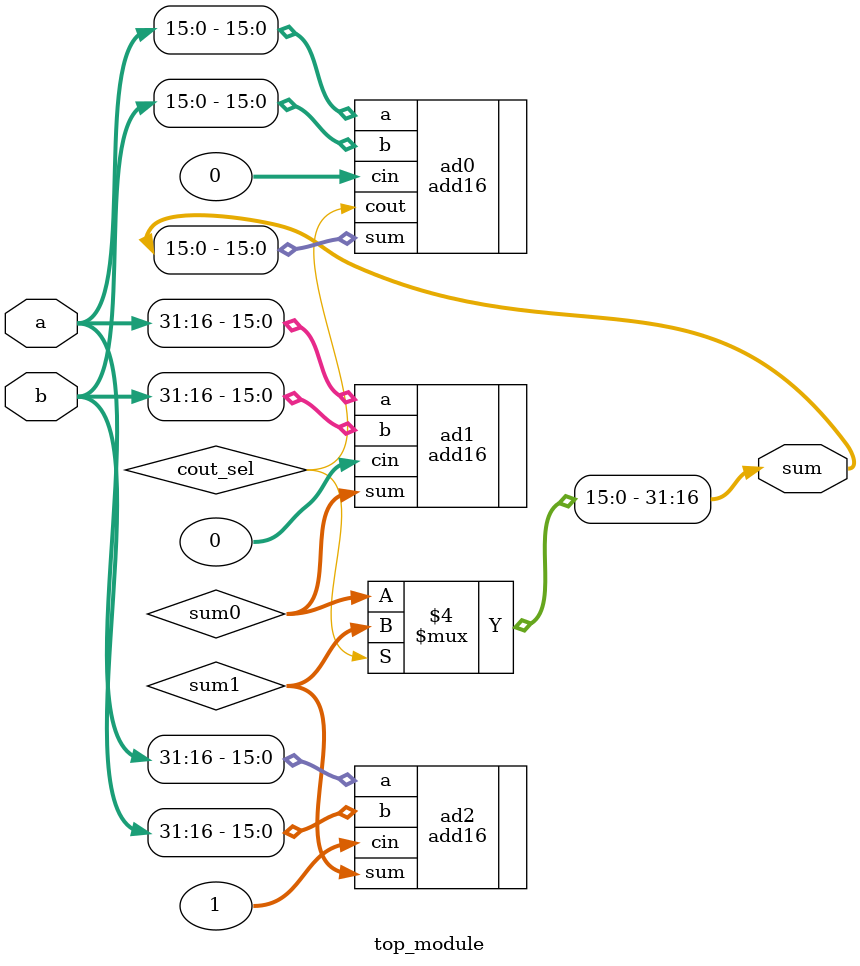
<source format=v>
module top_module(
    input [31:0] a,
    input [31:0] b,
    output [31:0] sum
);
wire cout_sel;
    wire [15:0]sum0,sum1;
    
    add16 ad0(.a(a[15:0]), .b(b[15:0]), .cin(0), .cout(cout_sel), .sum(sum[15:0]) );
    add16 ad1(.a(a[31:16]), .b(b[31:16]), .cin(0), .sum(sum0[15:0]) );
    add16 ad2(.a(a[31:16]), .b(b[31:16]), .cin(1), .sum(sum1[15:0]) );
    
    assign sum[31:16] = cout_sel?sum1[15:0]:sum0[15:0];
endmodule

</source>
